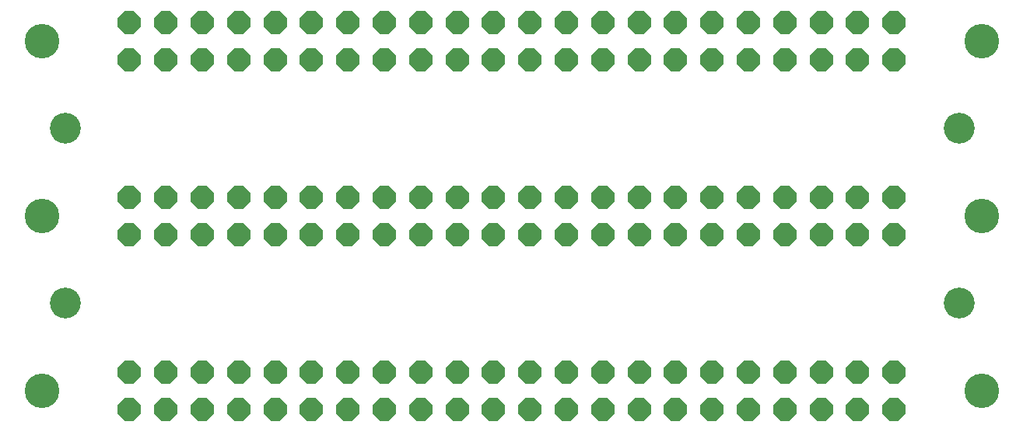
<source format=gts>
G04 EAGLE Gerber RS-274X export*
G75*
%MOMM*%
%FSLAX34Y34*%
%LPD*%
%INSoldermask Top*%
%IPPOS*%
%AMOC8*
5,1,8,0,0,1.08239X$1,22.5*%
G01*
%ADD10C,3.352800*%
%ADD11P,2.694285X8X202.500000*%
%ADD12P,2.694285X8X22.500000*%
%ADD13C,3.759200*%


D10*
X63500Y146050D03*
X1035812Y146050D03*
X63500Y336550D03*
X1035812Y336550D03*
D11*
X568960Y261620D03*
X568960Y220980D03*
X608584Y261620D03*
X648208Y261620D03*
X687832Y261620D03*
X727456Y261620D03*
X767080Y261620D03*
X806704Y261620D03*
X846328Y261620D03*
X885952Y261620D03*
X925576Y261620D03*
X965200Y261620D03*
X608584Y220980D03*
X648208Y220980D03*
X687832Y220980D03*
X727456Y220980D03*
X767080Y220980D03*
X806704Y220980D03*
X846328Y220980D03*
X885952Y220980D03*
X925576Y220980D03*
X965200Y220980D03*
D12*
X529336Y220980D03*
X529336Y261620D03*
X489712Y220980D03*
X450088Y220980D03*
X410464Y220980D03*
X370840Y220980D03*
X331216Y220980D03*
X291592Y220980D03*
X251968Y220980D03*
X212344Y220980D03*
X172720Y220980D03*
X133096Y220980D03*
X489712Y261620D03*
X450088Y261620D03*
X410464Y261620D03*
X370840Y261620D03*
X331216Y261620D03*
X291592Y261620D03*
X251968Y261620D03*
X212344Y261620D03*
X172720Y261620D03*
X133096Y261620D03*
D13*
X37592Y241300D03*
X1060704Y241300D03*
D11*
X568960Y71120D03*
X568960Y30480D03*
X608584Y71120D03*
X648208Y71120D03*
X687832Y71120D03*
X727456Y71120D03*
X767080Y71120D03*
X806704Y71120D03*
X846328Y71120D03*
X885952Y71120D03*
X925576Y71120D03*
X965200Y71120D03*
X608584Y30480D03*
X648208Y30480D03*
X687832Y30480D03*
X727456Y30480D03*
X767080Y30480D03*
X806704Y30480D03*
X846328Y30480D03*
X885952Y30480D03*
X925576Y30480D03*
X965200Y30480D03*
D12*
X529336Y30480D03*
X529336Y71120D03*
X489712Y30480D03*
X450088Y30480D03*
X410464Y30480D03*
X370840Y30480D03*
X331216Y30480D03*
X291592Y30480D03*
X251968Y30480D03*
X212344Y30480D03*
X172720Y30480D03*
X133096Y30480D03*
X489712Y71120D03*
X450088Y71120D03*
X410464Y71120D03*
X370840Y71120D03*
X331216Y71120D03*
X291592Y71120D03*
X251968Y71120D03*
X212344Y71120D03*
X172720Y71120D03*
X133096Y71120D03*
D13*
X37592Y50800D03*
X1060704Y50800D03*
D11*
X568960Y452120D03*
X568960Y411480D03*
X608584Y452120D03*
X648208Y452120D03*
X687832Y452120D03*
X727456Y452120D03*
X767080Y452120D03*
X806704Y452120D03*
X846328Y452120D03*
X885952Y452120D03*
X925576Y452120D03*
X965200Y452120D03*
X608584Y411480D03*
X648208Y411480D03*
X687832Y411480D03*
X727456Y411480D03*
X767080Y411480D03*
X806704Y411480D03*
X846328Y411480D03*
X885952Y411480D03*
X925576Y411480D03*
X965200Y411480D03*
D12*
X529336Y411480D03*
X529336Y452120D03*
X489712Y411480D03*
X450088Y411480D03*
X410464Y411480D03*
X370840Y411480D03*
X331216Y411480D03*
X291592Y411480D03*
X251968Y411480D03*
X212344Y411480D03*
X172720Y411480D03*
X133096Y411480D03*
X489712Y452120D03*
X450088Y452120D03*
X410464Y452120D03*
X370840Y452120D03*
X331216Y452120D03*
X291592Y452120D03*
X251968Y452120D03*
X212344Y452120D03*
X172720Y452120D03*
X133096Y452120D03*
D13*
X37592Y431800D03*
X1060704Y431800D03*
M02*

</source>
